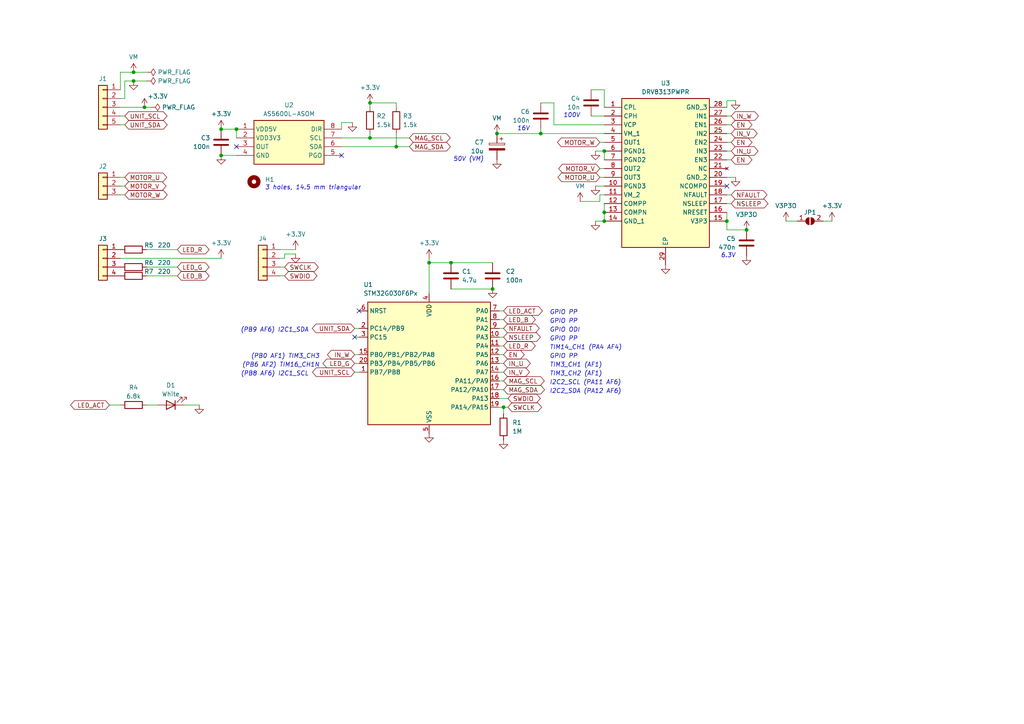
<source format=kicad_sch>
(kicad_sch (version 20230121) (generator eeschema)
  (paper "A4")
  (lib_symbols
    (symbol "Connector_Generic:Conn_01x03" (pin_names (offset 1.016) hide)
      (property "Reference" "J" (at 0 5.08 0))
      (property "Value" "Conn_01x03" (at 0 -5.08 0))
      (symbol "Conn_01x03_1_1"
        (rectangle (start -1.27 -2.413) (end 0 -2.667) (stroke (width 0.1524)))
        (rectangle (start -1.27 0.127) (end 0 -0.127) (stroke (width 0.1524)))
        (rectangle (start -1.27 2.667) (end 0 2.413) (stroke (width 0.1524)))
        (rectangle (start -1.27 3.81) (end 1.27 -3.81) (stroke (width 0.254)) (fill (type background)))
        (pin passive line (at -5.08 2.54 0) (length 3.81) (name "Pin_1") (number "1"))
        (pin passive line (at -5.08 0 0) (length 3.81) (name "Pin_2") (number "2"))
        (pin passive line (at -5.08 -2.54 0) (length 3.81) (name "Pin_3") (number "3"))
      )
    )
    (symbol "Connector_Generic:Conn_01x04" (pin_names (offset 1.016) hide)
      (property "Reference" "J" (at 0 5.08 0))
      (property "Value" "Conn_01x04" (at 0 -7.62 0))
      (symbol "Conn_01x04_1_1"
        (rectangle (start -1.27 -4.953) (end 0 -5.207) (stroke (width 0.1524)))
        (rectangle (start -1.27 -2.413) (end 0 -2.667) (stroke (width 0.1524)))
        (rectangle (start -1.27 0.127) (end 0 -0.127) (stroke (width 0.1524)))
        (rectangle (start -1.27 2.667) (end 0 2.413) (stroke (width 0.1524)))
        (rectangle (start -1.27 3.81) (end 1.27 -6.35) (stroke (width 0.254)) (fill (type background)))
        (pin passive line (at -5.08 2.54 0) (length 3.81) (name "Pin_1") (number "1"))
        (pin passive line (at -5.08 0 0) (length 3.81) (name "Pin_2") (number "2"))
        (pin passive line (at -5.08 -2.54 0) (length 3.81) (name "Pin_3") (number "3"))
        (pin passive line (at -5.08 -5.08 0) (length 3.81) (name "Pin_4") (number "4"))
      )
    )
    (symbol "Connector_Generic:Conn_01x05" (pin_names (offset 1.016) hide)
      (property "Reference" "J" (at 0 7.62 0))
      (property "Value" "Conn_01x05" (at 0 -7.62 0))
      (symbol "Conn_01x05_1_1"
        (rectangle (start -1.27 -4.953) (end 0 -5.207) (stroke (width 0.1524)))
        (rectangle (start -1.27 -2.413) (end 0 -2.667) (stroke (width 0.1524)))
        (rectangle (start -1.27 0.127) (end 0 -0.127) (stroke (width 0.1524)))
        (rectangle (start -1.27 2.667) (end 0 2.413) (stroke (width 0.1524)))
        (rectangle (start -1.27 5.207) (end 0 4.953) (stroke (width 0.1524)))
        (rectangle (start -1.27 6.35) (end 1.27 -6.35) (stroke (width 0.254)) (fill (type background)))
        (pin passive line (at -5.08 5.08 0) (length 3.81) (name "Pin_1") (number "1"))
        (pin passive line (at -5.08 2.54 0) (length 3.81) (name "Pin_2") (number "2"))
        (pin passive line (at -5.08 0 0) (length 3.81) (name "Pin_3") (number "3"))
        (pin passive line (at -5.08 -2.54 0) (length 3.81) (name "Pin_4") (number "4"))
        (pin passive line (at -5.08 -5.08 0) (length 3.81) (name "Pin_5") (number "5"))
      )
    )
    (symbol "Device:C" (pin_numbers hide) (pin_names (offset 0.254))
      (property "Reference" "C" (at 0.635 2.54 0))
      (property "Value" "C" (at 0.635 -2.54 0))
      (symbol "C_0_1"
        (polyline (pts (xy -2.032 -0.762) (xy 2.032 -0.762)) (stroke (width 0.508)))
        (polyline (pts (xy -2.032 0.762) (xy 2.032 0.762)) (stroke (width 0.508)))
      )
      (symbol "C_1_1"
        (pin passive line (at 0 3.81 270) (length 2.794) (name "~") (number "1"))
        (pin passive line (at 0 -3.81 90) (length 2.794) (name "~") (number "2"))
      )
    )
    (symbol "Device:C_Polarized" (pin_numbers hide) (pin_names (offset 0.254))
      (property "Reference" "C" (at 0.635 2.54 0))
      (property "Value" "C_Polarized" (at 0.635 -2.54 0))
      (symbol "C_Polarized_0_1"
        (rectangle (start -2.286 0.508) (end 2.286 1.016))
        (polyline (pts (xy -1.778 2.286) (xy -0.762 2.286)))
        (polyline (pts (xy -1.27 2.794) (xy -1.27 1.778)))
        (rectangle (start 2.286 -0.508) (end -2.286 -1.016) (fill (type outline)))
      )
      (symbol "C_Polarized_1_1"
        (pin passive line (at 0 3.81 270) (length 2.794) (name "~") (number "1"))
        (pin passive line (at 0 -3.81 90) (length 2.794) (name "~") (number "2"))
      )
    )
    (symbol "Device:LED" (pin_numbers hide) (pin_names (offset 1.016) hide)
      (property "Reference" "D" (at 0 2.54 0))
      (property "Value" "LED" (at 0 -2.54 0))
      (symbol "LED_0_1"
        (polyline (pts (xy -1.27 -1.27) (xy -1.27 1.27)) (stroke (width 0.254)))
        (polyline (pts (xy -1.27 0) (xy 1.27 0)))
        (polyline (pts (xy 1.27 -1.27) (xy 1.27 1.27) (xy -1.27 0) (xy 1.27 -1.27)) (stroke (width 0.254)))
        (polyline (pts (xy -3.048 -0.762) (xy -4.572 -2.286) (xy -3.81 -2.286) (xy -4.572 -2.286) (xy -4.572 -1.524)))
        (polyline (pts (xy -1.778 -0.762) (xy -3.302 -2.286) (xy -2.54 -2.286) (xy -3.302 -2.286) (xy -3.302 -1.524)))
      )
      (symbol "LED_1_1"
        (pin passive line (at -3.81 0 0) (length 2.54) (name "K") (number "1"))
        (pin passive line (at 3.81 0 180) (length 2.54) (name "A") (number "2"))
      )
    )
    (symbol "Device:R" (pin_numbers hide) (pin_names (offset 0))
      (property "Reference" "R" (at 2.032 0 90))
      (property "Value" "R" (at 0 0 90))
      (symbol "R_0_1"
        (rectangle (start -1.016 -2.54) (end 1.016 2.54) (stroke (width 0.254)))
      )
      (symbol "R_1_1"
        (pin passive line (at 0 3.81 270) (length 1.27) (name "~") (number "1"))
        (pin passive line (at 0 -3.81 90) (length 1.27) (name "~") (number "2"))
      )
    )
    (symbol "Jumper:SolderJumper_2_Open" (pin_names (offset 0) hide)
      (property "Reference" "JP" (at 0 2.032 0))
      (property "Value" "SolderJumper_2_Open" (at 0 -2.54 0))
      (symbol "SolderJumper_2_Open_0_1"
        (arc (start -0.254 1.016) (mid -1.2656 0) (end -0.254 -1.016))
        (arc (start -0.254 1.016) (mid -1.2656 0) (end -0.254 -1.016) (fill (type outline)))
        (polyline (pts (xy -0.254 1.016) (xy -0.254 -1.016)))
        (polyline (pts (xy 0.254 1.016) (xy 0.254 -1.016)))
        (arc (start 0.254 -1.016) (mid 1.2656 0) (end 0.254 1.016))
        (arc (start 0.254 -1.016) (mid 1.2656 0) (end 0.254 1.016) (fill (type outline)))
      )
      (symbol "SolderJumper_2_Open_1_1"
        (pin passive line (at -3.81 0 0) (length 2.54) (name "A") (number "1"))
        (pin passive line (at 3.81 0 180) (length 2.54) (name "B") (number "2"))
      )
    )
    (symbol "MCU_ST_STM32G0:STM32G030F6Px"
      (property "Reference" "U" (at -17.78 19.05 0))
      (property "Value" "STM32G030F6Px" (at 2.54 19.05 0))
      (symbol "STM32G030F6Px_0_1"
        (rectangle (start -17.78 -17.78) (end 17.78 17.78) (stroke (width 0.254)) (fill (type background)))
      )
      (symbol "STM32G030F6Px_1_1"
        (pin bidirectional line (at -20.32 -2.54 0) (length 2.54) (name "PB7/PB8") (number "1"))
        (pin bidirectional line (at 20.32 7.62 180) (length 2.54) (name "PA3") (number "10"))
        (pin bidirectional line (at 20.32 5.08 180) (length 2.54) (name "PA4") (number "11"))
        (pin bidirectional line (at 20.32 2.54 180) (length 2.54) (name "PA5") (number "12"))
        (pin bidirectional line (at 20.32 0 180) (length 2.54) (name "PA6") (number "13"))
        (pin bidirectional line (at 20.32 -2.54 180) (length 2.54) (name "PA7") (number "14"))
        (pin bidirectional line (at -20.32 2.54 0) (length 2.54) (name "PB0/PB1/PB2/PA8") (number "15"))
        (pin bidirectional line (at 20.32 -5.08 180) (length 2.54) (name "PA11/PA9") (number "16"))
        (pin bidirectional line (at 20.32 -7.62 180) (length 2.54) (name "PA12/PA10") (number "17"))
        (pin bidirectional line (at 20.32 -10.16 180) (length 2.54) (name "PA13") (number "18"))
        (pin bidirectional line (at 20.32 -12.7 180) (length 2.54) (name "PA14/PA15") (number "19"))
        (pin bidirectional line (at -20.32 10.16 0) (length 2.54) (name "PC14/PB9") (number "2"))
        (pin bidirectional line (at -20.32 0 0) (length 2.54) (name "PB3/PB4/PB5/PB6") (number "20"))
        (pin bidirectional line (at -20.32 7.62 0) (length 2.54) (name "PC15") (number "3"))
        (pin power_in line (at 0 20.32 270) (length 2.54) (name "VDD") (number "4"))
        (pin power_in line (at 0 -20.32 90) (length 2.54) (name "VSS") (number "5"))
        (pin input line (at -20.32 15.24 0) (length 2.54) (name "NRST") (number "6"))
        (pin bidirectional line (at 20.32 15.24 180) (length 2.54) (name "PA0") (number "7"))
        (pin bidirectional line (at 20.32 12.7 180) (length 2.54) (name "PA1") (number "8"))
        (pin bidirectional line (at 20.32 10.16 180) (length 2.54) (name "PA2") (number "9"))
      )
    )
    (symbol "Mallet_symbols:AS5600L-ASOM"
      (property "Reference" "U" (at 26.67 7.62 0))
      (property "Value" "AS5600L-ASOM" (at 26.67 5.08 0))
      (symbol "AS5600L-ASOM_1_1"
        (rectangle (start 5.08 2.54) (end 25.4 -10.16) (stroke (width 0.254)) (fill (type background)))
        (pin passive line (at 0 0 0) (length 5.08) (name "VDD5V") (number "1"))
        (pin passive line (at 0 -2.54 0) (length 5.08) (name "VDD3V3") (number "2"))
        (pin passive line (at 0 -5.08 0) (length 5.08) (name "OUT") (number "3"))
        (pin passive line (at 0 -7.62 0) (length 5.08) (name "GND") (number "4"))
        (pin passive line (at 30.48 -7.62 180) (length 5.08) (name "PGO") (number "5"))
        (pin passive line (at 30.48 -5.08 180) (length 5.08) (name "SDA") (number "6"))
        (pin passive line (at 30.48 -2.54 180) (length 5.08) (name "SCL") (number "7"))
        (pin passive line (at 30.48 0 180) (length 5.08) (name "DIR") (number "8"))
      )
    )
    (symbol "Mallet_symbols:DRV8313PWPR"
      (property "Reference" "U" (at 31.75 7.62 0))
      (property "Value" "DRV8313PWPR" (at 31.75 5.08 0))
      (symbol "DRV8313PWPR_1_1"
        (rectangle (start 5.08 2.54) (end 30.48 -40.64) (stroke (width 0.254)) (fill (type background)))
        (pin passive line (at 0 0 0) (length 5.08) (name "CPL") (number "1"))
        (pin passive line (at 0 -22.86 0) (length 5.08) (name "PGND3") (number "10"))
        (pin passive line (at 0 -25.4 0) (length 5.08) (name "VM_2") (number "11"))
        (pin passive line (at 0 -27.94 0) (length 5.08) (name "COMPP") (number "12"))
        (pin passive line (at 0 -30.48 0) (length 5.08) (name "COMPN") (number "13"))
        (pin passive line (at 0 -33.02 0) (length 5.08) (name "GND_1") (number "14"))
        (pin power_out line (at 35.56 -33.02 180) (length 5.08) (name "V3P3") (number "15"))
        (pin passive line (at 35.56 -30.48 180) (length 5.08) (name "NRESET") (number "16"))
        (pin passive line (at 35.56 -27.94 180) (length 5.08) (name "NSLEEP") (number "17"))
        (pin passive line (at 35.56 -25.4 180) (length 5.08) (name "NFAULT") (number "18"))
        (pin passive line (at 35.56 -22.86 180) (length 5.08) (name "NCOMPO") (number "19"))
        (pin passive line (at 0 -2.54 0) (length 5.08) (name "CPH") (number "2"))
        (pin passive line (at 35.56 -20.32 180) (length 5.08) (name "GND_2") (number "20"))
        (pin no_connect line (at 35.56 -17.78 180) (length 5.08) (name "NC") (number "21"))
        (pin passive line (at 35.56 -15.24 180) (length 5.08) (name "EN3") (number "22"))
        (pin passive line (at 35.56 -12.7 180) (length 5.08) (name "IN3") (number "23"))
        (pin passive line (at 35.56 -10.16 180) (length 5.08) (name "EN2") (number "24"))
        (pin passive line (at 35.56 -7.62 180) (length 5.08) (name "IN2") (number "25"))
        (pin passive line (at 35.56 -5.08 180) (length 5.08) (name "EN1") (number "26"))
        (pin passive line (at 35.56 -2.54 180) (length 5.08) (name "IN1") (number "27"))
        (pin passive line (at 35.56 0 180) (length 5.08) (name "GND_3") (number "28"))
        (pin passive line (at 17.78 -45.72 90) (length 5.08) (name "EP") (number "29"))
        (pin passive line (at 0 -5.08 0) (length 5.08) (name "VCP") (number "3"))
        (pin passive line (at 0 -7.62 0) (length 5.08) (name "VM_1") (number "4"))
        (pin passive line (at 0 -10.16 0) (length 5.08) (name "OUT1") (number "5"))
        (pin passive line (at 0 -12.7 0) (length 5.08) (name "PGND1") (number "6"))
        (pin passive line (at 0 -15.24 0) (length 5.08) (name "PGND2") (number "7"))
        (pin passive line (at 0 -17.78 0) (length 5.08) (name "OUT2") (number "8"))
        (pin passive line (at 0 -20.32 0) (length 5.08) (name "OUT3") (number "9"))
      )
    )
    (symbol "Mallet_symbols:V3P3O" (power) (pin_names (offset 0))
      (property "Value" "V3P3O" (at 0 3.81 0))
      (symbol "V3P3O_0_1"
        (polyline (pts (xy -0.762 1.27) (xy 0 2.54)))
        (polyline (pts (xy 0 0) (xy 0 2.54)))
        (polyline (pts (xy 0 2.54) (xy 0.762 1.27)))
      )
      (symbol "V3P3O_1_1"
        (pin power_in line (at 0 0 90) (length 0) hide (name "V3P3O") (number "1"))
      )
    )
    (symbol "Mallet_symbols:VM" (power) (pin_names (offset 0))
      (property "Value" "VM" (at 0 3.81 0))
      (symbol "VM_0_1"
        (polyline (pts (xy -0.762 1.27) (xy 0 2.54)))
        (polyline (pts (xy 0 0) (xy 0 2.54)))
        (polyline (pts (xy 0 2.54) (xy 0.762 1.27)))
      )
      (symbol "VM_1_1"
        (pin power_in line (at 0 0 90) (length 0) hide (name "VM") (number "1"))
      )
    )
    (symbol "Mechanical:MountingHole" (pin_names (offset 1.016))
      (property "Reference" "H" (at 0 5.08 0))
      (property "Value" "MountingHole" (at 0 3.175 0))
      (symbol "MountingHole_0_1"
        (circle (center 0 0) (radius 1.27) (stroke (width 1.27)))
      )
    )
    (symbol "power:+3.3V" (power) (pin_names (offset 0))
      (property "Value" "+3.3V" (at 0 3.556 0))
      (symbol "+3.3V_0_1"
        (polyline (pts (xy -0.762 1.27) (xy 0 2.54)))
        (polyline (pts (xy 0 0) (xy 0 2.54)))
        (polyline (pts (xy 0 2.54) (xy 0.762 1.27)))
      )
      (symbol "+3.3V_1_1"
        (pin power_in line (at 0 0 90) (length 0) hide (name "+3.3V") (number "1"))
      )
    )
    (symbol "power:GND" (power) (pin_names (offset 0))
      (property "Value" "GND" (at 0 -3.81 0))
      (symbol "GND_0_1"
        (polyline (pts (xy 0 0) (xy 0 -1.27) (xy 1.27 -1.27) (xy 0 -2.54) (xy -1.27 -1.27) (xy 0 -1.27)))
      )
      (symbol "GND_1_1"
        (pin power_in line (at 0 0 270) (length 0) hide (name "GND") (number "1"))
      )
    )
    (symbol "power:PWR_FLAG" (power) (pin_numbers hide) (pin_names (offset 0) hide)
      (property "Value" "PWR_FLAG" (at 0 3.81 0))
      (symbol "PWR_FLAG_0_0"
        (pin power_out line (at 0 0 90) (length 0) (name "pwr") (number "1"))
      )
      (symbol "PWR_FLAG_0_1"
        (polyline (pts (xy 0 0) (xy 0 1.27) (xy -1.016 1.905) (xy 0 2.54) (xy 1.016 1.905) (xy 0 1.27)))
      )
    )
  )
  (junction (at 142.875 83.82))
  (junction (at 156.845 38.735))
  (junction (at 175.26 61.595))
  (junction (at 175.26 43.815))
  (junction (at 107.315 29.845))
  (junction (at 216.535 66.675))
  (junction (at 38.735 23.495))
  (junction (at 146.05 118.11))
  (junction (at 130.81 76.2))
  (junction (at 114.935 42.545))
  (junction (at 175.26 64.135))
  (junction (at 38.735 20.955))
  (junction (at 68.58 37.465))
  (junction (at 124.46 76.2))
  (junction (at 107.315 40.005))
  (junction (at 144.145 38.735))
  (junction (at 210.82 64.135))
  (junction (at 64.135 37.465))
  (junction (at 64.135 45.085))
  (junction (at 41.91 31.115))
  (no_connect (at 102.87 97.79))
  (no_connect (at 99.06 45.085))
  (no_connect (at 68.58 42.545))
  (no_connect (at 104.14 90.17))
  (no_connect (at 210.82 53.975))
  (wire (pts (xy 144.78 115.57) (xy 147.32 115.57)))
  (wire (pts (xy 212.09 41.275) (xy 210.82 41.275)))
  (wire (pts (xy 156.845 37.465) (xy 156.845 38.735)))
  (wire (pts (xy 130.81 76.2) (xy 142.875 76.2)))
  (wire (pts (xy 42.545 80.01) (xy 51.435 80.01)))
  (wire (pts (xy 38.735 20.955) (xy 42.545 20.955)))
  (wire (pts (xy 42.545 117.475) (xy 45.72 117.475)))
  (wire (pts (xy 31.75 117.475) (xy 34.925 117.475)))
  (wire (pts (xy 156.845 38.735) (xy 175.26 38.735)))
  (wire (pts (xy 102.87 105.41) (xy 104.14 105.41)))
  (wire (pts (xy 34.925 20.955) (xy 38.735 20.955)))
  (wire (pts (xy 82.55 73.66) (xy 85.725 73.66)))
  (wire (pts (xy 34.925 36.195) (xy 36.195 36.195)))
  (wire (pts (xy 212.09 36.195) (xy 210.82 36.195)))
  (wire (pts (xy 146.05 110.49) (xy 144.78 110.49)))
  (wire (pts (xy 64.135 37.465) (xy 68.58 37.465)))
  (wire (pts (xy 107.315 40.005) (xy 118.745 40.005)))
  (wire (pts (xy 173.99 56.515) (xy 173.99 58.42)))
  (wire (pts (xy 34.925 28.575) (xy 36.195 28.575)))
  (wire (pts (xy 241.3 64.135) (xy 238.76 64.135)))
  (wire (pts (xy 146.05 105.41) (xy 144.78 105.41)))
  (wire (pts (xy 124.46 74.93) (xy 124.46 76.2)))
  (wire (pts (xy 99.06 40.005) (xy 107.315 40.005)))
  (wire (pts (xy 173.99 51.435) (xy 175.26 51.435)))
  (wire (pts (xy 146.05 92.71) (xy 144.78 92.71)))
  (wire (pts (xy 210.82 66.675) (xy 210.82 64.135)))
  (wire (pts (xy 144.78 102.87) (xy 146.05 102.87)))
  (wire (pts (xy 107.315 29.845) (xy 107.315 31.115)))
  (wire (pts (xy 210.82 66.675) (xy 216.535 66.675)))
  (wire (pts (xy 146.05 118.11) (xy 146.05 120.015)))
  (wire (pts (xy 210.82 29.21) (xy 213.36 29.21)))
  (wire (pts (xy 82.55 73.66) (xy 82.55 74.93)))
  (wire (pts (xy 175.26 43.815) (xy 175.26 46.355)))
  (wire (pts (xy 99.06 37.465) (xy 99.06 35.56)))
  (wire (pts (xy 212.09 59.055) (xy 210.82 59.055)))
  (wire (pts (xy 38.735 23.495) (xy 42.545 23.495)))
  (wire (pts (xy 34.925 20.955) (xy 34.925 26.035)))
  (wire (pts (xy 175.26 56.515) (xy 173.99 56.515)))
  (wire (pts (xy 114.935 38.735) (xy 114.935 42.545)))
  (wire (pts (xy 34.925 51.435) (xy 36.195 51.435)))
  (wire (pts (xy 130.81 83.82) (xy 142.875 83.82)))
  (wire (pts (xy 34.925 33.655) (xy 36.195 33.655)))
  (wire (pts (xy 173.99 48.895) (xy 175.26 48.895)))
  (wire (pts (xy 175.26 61.595) (xy 175.26 64.135)))
  (wire (pts (xy 82.55 80.01) (xy 81.28 80.01)))
  (wire (pts (xy 118.745 42.545) (xy 114.935 42.545)))
  (wire (pts (xy 34.925 31.115) (xy 41.91 31.115)))
  (wire (pts (xy 210.82 61.595) (xy 210.82 64.135)))
  (wire (pts (xy 42.545 72.39) (xy 51.435 72.39)))
  (wire (pts (xy 102.87 97.79) (xy 104.14 97.79)))
  (wire (pts (xy 114.935 31.115) (xy 114.935 29.845)))
  (wire (pts (xy 144.145 38.735) (xy 156.845 38.735)))
  (wire (pts (xy 146.05 95.25) (xy 144.78 95.25)))
  (wire (pts (xy 171.45 33.655) (xy 175.26 33.655)))
  (wire (pts (xy 102.87 95.25) (xy 104.14 95.25)))
  (wire (pts (xy 175.26 26.035) (xy 171.45 26.035)))
  (wire (pts (xy 68.58 37.465) (xy 68.58 40.005)))
  (wire (pts (xy 42.545 77.47) (xy 51.435 77.47)))
  (wire (pts (xy 146.05 100.33) (xy 144.78 100.33)))
  (wire (pts (xy 41.91 31.115) (xy 43.815 31.115)))
  (wire (pts (xy 107.315 38.735) (xy 107.315 40.005)))
  (wire (pts (xy 172.72 64.135) (xy 175.26 64.135)))
  (wire (pts (xy 102.87 102.87) (xy 104.14 102.87)))
  (wire (pts (xy 156.845 29.845) (xy 160.655 29.845)))
  (wire (pts (xy 210.82 56.515) (xy 212.09 56.515)))
  (wire (pts (xy 146.05 90.17) (xy 144.78 90.17)))
  (wire (pts (xy 175.26 59.055) (xy 175.26 61.595)))
  (wire (pts (xy 99.06 35.56) (xy 102.235 35.56)))
  (wire (pts (xy 210.82 29.21) (xy 210.82 31.115)))
  (wire (pts (xy 146.05 113.03) (xy 144.78 113.03)))
  (wire (pts (xy 173.99 41.275) (xy 175.26 41.275)))
  (wire (pts (xy 124.46 76.2) (xy 130.81 76.2)))
  (wire (pts (xy 160.655 29.845) (xy 160.655 36.195)))
  (wire (pts (xy 53.34 117.475) (xy 57.785 117.475)))
  (wire (pts (xy 81.28 72.39) (xy 85.725 72.39)))
  (wire (pts (xy 82.55 74.93) (xy 81.28 74.93)))
  (wire (pts (xy 212.09 46.355) (xy 210.82 46.355)))
  (wire (pts (xy 175.26 31.115) (xy 175.26 26.035)))
  (wire (pts (xy 114.935 42.545) (xy 99.06 42.545)))
  (wire (pts (xy 227.965 64.135) (xy 231.14 64.135)))
  (wire (pts (xy 213.36 51.435) (xy 210.82 51.435)))
  (wire (pts (xy 82.55 77.47) (xy 81.28 77.47)))
  (wire (pts (xy 212.09 33.655) (xy 210.82 33.655)))
  (wire (pts (xy 114.935 29.845) (xy 107.315 29.845)))
  (wire (pts (xy 34.925 53.975) (xy 36.195 53.975)))
  (wire (pts (xy 124.46 76.2) (xy 124.46 85.09)))
  (wire (pts (xy 36.195 28.575) (xy 36.195 23.495)))
  (wire (pts (xy 173.99 58.42) (xy 168.275 58.42)))
  (wire (pts (xy 102.87 107.95) (xy 104.14 107.95)))
  (wire (pts (xy 146.05 97.79) (xy 144.78 97.79)))
  (wire (pts (xy 160.655 36.195) (xy 175.26 36.195)))
  (wire (pts (xy 146.05 118.11) (xy 144.78 118.11)))
  (wire (pts (xy 34.925 74.93) (xy 64.135 74.93)))
  (wire (pts (xy 147.32 118.11) (xy 146.05 118.11)))
  (wire (pts (xy 212.09 43.815) (xy 210.82 43.815)))
  (wire (pts (xy 172.72 53.975) (xy 175.26 53.975)))
  (wire (pts (xy 64.135 45.085) (xy 68.58 45.085)))
  (wire (pts (xy 212.09 38.735) (xy 210.82 38.735)))
  (wire (pts (xy 172.72 43.815) (xy 175.26 43.815)))
  (wire (pts (xy 146.05 107.95) (xy 144.78 107.95)))
  (wire (pts (xy 34.925 56.515) (xy 36.195 56.515)))
  (wire (pts (xy 36.195 23.495) (xy 38.735 23.495)))
  (text "GPIO PP" (at 159.385 99.06 0) (effects (font (size 1.27 1.27) italic) (justify left bottom)))
  (text "I2C2_SCL (PA11 AF6)" (at 159.385 111.76 0) (effects (font (size 1.27 1.27) italic) (justify left bottom)))
  (text "(PB8 AF6) I2C1_SCL" (at 89.535 109.22 0) (effects (font (size 1.27 1.27) italic) (justify right bottom)))
  (text "GPIO ODI" (at 159.385 96.52 0) (effects (font (size 1.27 1.27) italic) (justify left bottom)))
  (text "I2C2_SDA (PA12 AF6)" (at 159.385 114.3 0) (effects (font (size 1.27 1.27) italic) (justify left bottom)))
  (text "(PB0 AF1) TIM3_CH3" (at 92.71 104.14 0) (effects (font (size 1.27 1.27) italic) (justify right bottom)))
  (text "GPIO PP" (at 159.385 93.98 0) (effects (font (size 1.27 1.27) italic) (justify left bottom)))
  (text "50V (VM)" (at 140.335 46.99 0) (effects (font (size 1.27 1.27) italic) (justify right bottom)))
  (text "16V" (at 153.67 38.1 0) (effects (font (size 1.27 1.27) italic) (justify right bottom)))
  (text "(PB9 AF6) I2C1_SDA" (at 89.535 96.52 0) (effects (font (size 1.27 1.27) italic) (justify right bottom)))
  (text "(PB6 AF2) TIM16_CH1N" (at 92.71 106.68 0) (effects (font (size 1.27 1.27) italic) (justify right bottom)))
  (text "GPIO PP" (at 159.385 91.44 0) (effects (font (size 1.27 1.27) italic) (justify left bottom)))
  (text "100V" (at 168.275 34.29 0) (effects (font (size 1.27 1.27) italic) (justify right bottom)))
  (text "TIM3_CH1 (AF1)" (at 159.385 106.68 0) (effects (font (size 1.27 1.27) italic) (justify left bottom)))
  (text "TIM3_CH2 (AF1)" (at 159.385 109.22 0) (effects (font (size 1.27 1.27) italic) (justify left bottom)))
  (text "TIM14_CH1 (PA4 AF4)" (at 159.385 101.6 0) (effects (font (size 1.27 1.27) italic) (justify left bottom)))
  (text "6.3V" (at 213.36 74.93 0) (effects (font (size 1.27 1.27) italic) (justify right bottom)))
  (text "GPIO PP" (at 159.385 104.14 0) (effects (font (size 1.27 1.27) italic) (justify left bottom)))
  (text "3 holes, 14.5 mm triangular" (at 76.835 55.245 0) (effects (font (size 1.27 1.27) italic) (justify left bottom)))
  (global_label "MOTOR_W" (shape bidirectional) (at 36.195 56.515 0) (property "Intersheetrefs" "${INTERSHEET_REFS}" (effects hide)))
  (global_label "EN" (shape bidirectional) (at 146.05 102.87 0) (property "Intersheetrefs" "${INTERSHEET_REFS}" (effects hide)))
  (global_label "IN_U" (shape bidirectional) (at 212.09 43.815 0) (property "Intersheetrefs" "${INTERSHEET_REFS}" (effects hide)))
  (global_label "LED_ACT" (shape bidirectional) (at 31.75 117.475 180) (property "Intersheetrefs" "${INTERSHEET_REFS}" (effects hide)))
  (global_label "UNIT_SCL" (shape bidirectional) (at 102.87 107.95 180) (property "Intersheetrefs" "${INTERSHEET_REFS}" (effects hide)))
  (global_label "MOTOR_U" (shape bidirectional) (at 36.195 51.435 0) (property "Intersheetrefs" "${INTERSHEET_REFS}" (effects hide)))
  (global_label "UNIT_SCL" (shape bidirectional) (at 36.195 33.655 0) (property "Intersheetrefs" "${INTERSHEET_REFS}" (effects hide)))
  (global_label "IN_V" (shape bidirectional) (at 212.09 38.735 0) (property "Intersheetrefs" "${INTERSHEET_REFS}" (effects hide)))
  (global_label "LED_R" (shape bidirectional) (at 51.435 72.39 0) (property "Intersheetrefs" "${INTERSHEET_REFS}" (effects hide)))
  (global_label "SWDIO" (shape bidirectional) (at 147.32 115.57 0) (property "Intersheetrefs" "${INTERSHEET_REFS}" (effects hide)))
  (global_label "NSLEEP" (shape bidirectional) (at 146.05 97.79 0) (property "Intersheetrefs" "${INTERSHEET_REFS}" (effects hide)))
  (global_label "SWCLK" (shape bidirectional) (at 82.55 77.47 0) (property "Intersheetrefs" "${INTERSHEET_REFS}" (effects hide)))
  (global_label "LED_G" (shape bidirectional) (at 102.87 105.41 180) (property "Intersheetrefs" "${INTERSHEET_REFS}" (effects hide)))
  (global_label "IN_U" (shape bidirectional) (at 146.05 105.41 0) (property "Intersheetrefs" "${INTERSHEET_REFS}" (effects hide)))
  (global_label "MAG_SDA" (shape bidirectional) (at 146.05 113.03 0) (property "Intersheetrefs" "${INTERSHEET_REFS}" (effects hide)))
  (global_label "LED_B" (shape bidirectional) (at 146.05 92.71 0) (property "Intersheetrefs" "${INTERSHEET_REFS}" (effects hide)))
  (global_label "LED_G" (shape bidirectional) (at 51.435 77.47 0) (property "Intersheetrefs" "${INTERSHEET_REFS}" (effects hide)))
  (global_label "NSLEEP" (shape bidirectional) (at 212.09 59.055 0) (property "Intersheetrefs" "${INTERSHEET_REFS}" (effects hide)))
  (global_label "MOTOR_V" (shape bidirectional) (at 36.195 53.975 0) (property "Intersheetrefs" "${INTERSHEET_REFS}" (effects hide)))
  (global_label "EN" (shape bidirectional) (at 212.09 36.195 0) (property "Intersheetrefs" "${INTERSHEET_REFS}" (effects hide)))
  (global_label "MAG_SDA" (shape bidirectional) (at 118.745 42.545 0) (property "Intersheetrefs" "${INTERSHEET_REFS}" (effects hide)))
  (global_label "NFAULT" (shape bidirectional) (at 212.09 56.515 0) (property "Intersheetrefs" "${INTERSHEET_REFS}" (effects hide)))
  (global_label "MOTOR_V" (shape bidirectional) (at 173.99 48.895 180) (property "Intersheetrefs" "${INTERSHEET_REFS}" (effects hide)))
  (global_label "SWDIO" (shape bidirectional) (at 82.55 80.01 0) (property "Intersheetrefs" "${INTERSHEET_REFS}" (effects hide)))
  (global_label "IN_V" (shape bidirectional) (at 146.05 107.95 0) (property "Intersheetrefs" "${INTERSHEET_REFS}" (effects hide)))
  (global_label "MAG_SCL" (shape bidirectional) (at 118.745 40.005 0) (property "Intersheetrefs" "${INTERSHEET_REFS}" (effects hide)))
  (global_label "MOTOR_U" (shape bidirectional) (at 173.99 51.435 180) (property "Intersheetrefs" "${INTERSHEET_REFS}" (effects hide)))
  (global_label "EN" (shape bidirectional) (at 212.09 46.355 0) (property "Intersheetrefs" "${INTERSHEET_REFS}" (effects hide)))
  (global_label "SWCLK" (shape bidirectional) (at 147.32 118.11 0) (property "Intersheetrefs" "${INTERSHEET_REFS}" (effects hide)))
  (global_label "LED_R" (shape bidirectional) (at 146.05 100.33 0) (property "Intersheetrefs" "${INTERSHEET_REFS}" (effects hide)))
  (global_label "LED_ACT" (shape bidirectional) (at 146.05 90.17 0) (property "Intersheetrefs" "${INTERSHEET_REFS}" (effects hide)))
  (global_label "EN" (shape bidirectional) (at 212.09 41.275 0) (property "Intersheetrefs" "${INTERSHEET_REFS}" (effects hide)))
  (global_label "LED_B" (shape bidirectional) (at 51.435 80.01 0) (property "Intersheetrefs" "${INTERSHEET_REFS}" (effects hide)))
  (global_label "UNIT_SDA" (shape bidirectional) (at 102.87 95.25 180) (property "Intersheetrefs" "${INTERSHEET_REFS}" (effects hide)))
  (global_label "NFAULT" (shape bidirectional) (at 146.05 95.25 0) (property "Intersheetrefs" "${INTERSHEET_REFS}" (effects hide)))
  (global_label "IN_W" (shape bidirectional) (at 102.87 102.87 180) (property "Intersheetrefs" "${INTERSHEET_REFS}" (effects hide)))
  (global_label "UNIT_SDA" (shape bidirectional) (at 36.195 36.195 0) (property "Intersheetrefs" "${INTERSHEET_REFS}" (effects hide)))
  (global_label "MOTOR_W" (shape bidirectional) (at 173.99 41.275 180) (property "Intersheetrefs" "${INTERSHEET_REFS}" (effects hide)))
  (global_label "IN_W" (shape bidirectional) (at 212.09 33.655 0) (property "Intersheetrefs" "${INTERSHEET_REFS}" (effects hide)))
  (global_label "MAG_SCL" (shape bidirectional) (at 146.05 110.49 0) (property "Intersheetrefs" "${INTERSHEET_REFS}" (effects hide)))
  (symbol (lib_id "Device:R") (at 38.735 80.01 90) (unit 1)
    (property "Reference" "R7" (at 43.18 78.74 90))
    (property "Value" "220" (at 47.625 78.74 90))
    (property "Footprint" "Resistor_SMD:R_0603_1608Metric" (effects hide))
  )
  (symbol (lib_id "power:GND") (at 146.05 127.635 0) (unit 1)
    (property "Reference" "#PWR021" (effects hide))
    (property "Value" "GND" (effects hide))
  )
  (symbol (lib_id "power:GND") (at 57.785 117.475 0) (unit 1)
    (property "Reference" "#PWR026" (effects hide))
    (property "Value" "GND" (effects hide))
  )
  (symbol (lib_id "Device:LED") (at 49.53 117.475 180) (unit 1)
    (property "Reference" "D1" (at 49.53 111.76 0))
    (property "Value" "White" (at 49.53 114.3 0))
    (property "Footprint" "LED_SMD:LED_0603_1608Metric" (effects hide))
  )
  (symbol (lib_id "Mallet_symbols:V3P3O") (at 227.965 64.135 0) (unit 1)
    (property "Reference" "#PWR031" (effects hide))
    (property "Value" "V3P3O" (at 227.965 59.69 0))
  )
  (symbol (lib_id "power:GND") (at 213.36 51.435 0) (unit 1)
    (property "Reference" "#PWR04" (effects hide))
    (property "Value" "GND" (effects hide))
  )
  (symbol (lib_id "power:GND") (at 124.46 125.73 0) (unit 1)
    (property "Reference" "#PWR024" (effects hide))
    (property "Value" "GND" (effects hide))
  )
  (symbol (lib_id "power:+3.3V") (at 241.3 64.135 0) (unit 1)
    (property "Reference" "#PWR09" (effects hide))
    (property "Value" "+3.3V" (at 241.3 59.69 0))
  )
  (symbol (lib_id "power:PWR_FLAG") (at 43.815 31.115 270) (unit 1)
    (property "Reference" "#FLG02" (effects hide))
    (property "Value" "PWR_FLAG" (at 46.99 31.115 90) (effects (justify left)))
  )
  (symbol (lib_id "Jumper:SolderJumper_2_Open") (at 234.95 64.135 0) (unit 1)
    (property "Reference" "JP1" (at 234.95 61.595 0))
    (property "Value" "SolderJumper_2_Open" (effects hide))
    (property "Footprint" "Jumper:SolderJumper-2_P1.3mm_Open_RoundedPad1.0x1.5mm" (effects hide))
  )
  (symbol (lib_id "power:+3.3V") (at 41.91 31.115 0) (unit 1)
    (property "Reference" "#PWR020" (effects hide))
    (property "Value" "+3.3V" (at 45.72 27.94 0))
  )
  (symbol (lib_id "Device:C") (at 130.81 80.01 0) (unit 1)
    (property "Reference" "C1" (at 133.985 78.74 0) (effects (justify left)))
    (property "Value" "4.7u" (at 133.985 81.28 0) (effects (justify left)))
    (property "Footprint" "Capacitor_SMD:C_0603_1608Metric" (effects hide))
  )
  (symbol (lib_id "Device:R") (at 38.735 72.39 90) (unit 1)
    (property "Reference" "R5" (at 43.18 71.12 90))
    (property "Value" "220" (at 47.625 71.12 90))
    (property "Footprint" "Resistor_SMD:R_0603_1608Metric" (effects hide))
  )
  (symbol (lib_id "Device:C") (at 216.535 70.485 0) (mirror y) (unit 1)
    (property "Reference" "C5" (at 213.36 69.215 0) (effects (justify left)))
    (property "Value" "470n" (at 213.36 71.755 0) (effects (justify left)))
    (property "Footprint" "Capacitor_SMD:C_0805_2012Metric" (effects hide))
  )
  (symbol (lib_id "Connector_Generic:Conn_01x03") (at 29.845 53.975 0) (mirror y) (unit 1)
    (property "Reference" "J2" (at 29.845 48.26 0))
    (property "Value" "Conn_01x03" (effects hide))
    (property "Footprint" "Connector_PinHeader_2.00mm:PinHeader_1x03_P2.00mm_Vertical" (effects hide))
  )
  (symbol (lib_id "Mallet_symbols:VM") (at 168.275 58.42 0) (unit 1)
    (property "Reference" "#PWR016" (effects hide))
    (property "Value" "VM" (at 168.275 53.975 0))
  )
  (symbol (lib_id "power:GND") (at 64.135 45.085 0) (unit 1)
    (property "Reference" "#PWR012" (effects hide))
    (property "Value" "GND" (effects hide))
  )
  (symbol (lib_id "Device:R") (at 38.735 77.47 90) (unit 1)
    (property "Reference" "R6" (at 43.18 76.2 90))
    (property "Value" "220" (at 47.625 76.2 90))
    (property "Footprint" "Resistor_SMD:R_0603_1608Metric" (effects hide))
  )
  (symbol (lib_id "Mallet_symbols:VM") (at 144.145 38.735 0) (unit 1)
    (property "Reference" "#PWR010" (effects hide))
    (property "Value" "VM" (at 144.145 34.29 0))
  )
  (symbol (lib_id "Device:C") (at 171.45 29.845 0) (unit 1)
    (property "Reference" "C4" (at 168.275 28.575 0) (effects (justify right)))
    (property "Value" "10n" (at 168.275 31.115 0) (effects (justify right)))
    (property "Footprint" "Capacitor_SMD:C_0603_1608Metric" (effects hide))
  )
  (symbol (lib_id "MCU_ST_STM32G0:STM32G030F6Px") (at 124.46 105.41 0) (unit 1)
    (property "Reference" "U1" (at 105.41 82.55 0) (effects (justify left)))
    (property "Value" "STM32G030F6Px" (at 105.41 85.09 0) (effects (justify left)))
    (property "Footprint" "Package_SO:TSSOP-20_4.4x6.5mm_P0.65mm" (effects hide))
    (property "Datasheet" "https://www.st.com/resource/en/datasheet/stm32g030f6.pdf" (effects hide))
  )
  (symbol (lib_id "power:GND") (at 38.735 23.495 0) (unit 1)
    (property "Reference" "#PWR02" (effects hide))
    (property "Value" "GND" (effects hide))
  )
  (symbol (lib_id "power:GND") (at 172.72 43.815 0) (unit 1)
    (property "Reference" "#PWR07" (effects hide))
    (property "Value" "GND" (effects hide))
  )
  (symbol (lib_id "power:PWR_FLAG") (at 42.545 20.955 270) (unit 1)
    (property "Reference" "#FLG01" (effects hide))
    (property "Value" "PWR_FLAG" (at 45.72 20.955 90) (effects (justify left)))
  )
  (symbol (lib_id "Connector_Generic:Conn_01x04") (at 76.2 74.93 0) (mirror y) (unit 1)
    (property "Reference" "J4" (at 76.2 69.215 0))
    (property "Value" "Conn_01x04" (effects hide))
    (property "Footprint" "Mallet_footprints:TestPoints_1x04_P2.0" (effects hide))
  )
  (symbol (lib_id "Device:R") (at 114.935 34.925 0) (unit 1)
    (property "Reference" "R3" (at 116.84 33.655 0) (effects (justify left)))
    (property "Value" "1.5k" (at 116.84 36.195 0) (effects (justify left)))
    (property "Footprint" "Resistor_SMD:R_0603_1608Metric" (effects hide))
  )
  (symbol (lib_id "power:GND") (at 213.36 29.21 0) (unit 1)
    (property "Reference" "#PWR05" (effects hide))
    (property "Value" "GND" (effects hide))
  )
  (symbol (lib_id "power:GND") (at 85.725 73.66 0) (unit 1)
    (property "Reference" "#PWR029" (effects hide))
    (property "Value" "GND" (effects hide))
  )
  (symbol (lib_id "power:GND") (at 193.04 76.835 0) (unit 1)
    (property "Reference" "#PWR017" (effects hide))
    (property "Value" "GND" (effects hide))
  )
  (symbol (lib_id "Mallet_symbols:V3P3O") (at 216.535 66.675 0) (unit 1)
    (property "Reference" "#PWR019" (effects hide))
    (property "Value" "V3P3O" (at 216.535 62.23 0))
  )
  (symbol (lib_id "power:GND") (at 216.535 74.295 0) (unit 1)
    (property "Reference" "#PWR015" (effects hide))
    (property "Value" "GND" (effects hide))
  )
  (symbol (lib_id "Device:C_Polarized") (at 144.145 42.545 0) (mirror y) (unit 1)
    (property "Reference" "C7" (at 140.335 41.275 0) (effects (justify left)))
    (property "Value" "10u" (at 140.335 43.815 0) (effects (justify left)))
    (property "Footprint" "Capacitor_SMD:CP_Elec_5x3.9" (effects hide))
  )
  (symbol (lib_id "Mallet_symbols:VM") (at 38.735 20.955 0) (unit 1)
    (property "Reference" "#PWR01" (effects hide))
    (property "Value" "VM" (at 38.735 16.51 0))
  )
  (symbol (lib_id "power:+3.3V") (at 85.725 72.39 0) (unit 1)
    (property "Reference" "#PWR028" (effects hide))
    (property "Value" "+3.3V" (at 85.725 67.945 0))
  )
  (symbol (lib_id "power:GND") (at 102.235 35.56 0) (unit 1)
    (property "Reference" "#PWR013" (effects hide))
    (property "Value" "GND" (effects hide))
  )
  (symbol (lib_id "Device:C") (at 64.135 41.275 0) (unit 1)
    (property "Reference" "C3" (at 60.96 40.005 0) (effects (justify right)))
    (property "Value" "100n" (at 60.96 42.545 0) (effects (justify right)))
    (property "Footprint" "Capacitor_SMD:C_0603_1608Metric" (effects hide))
  )
  (symbol (lib_id "Connector_Generic:Conn_01x04") (at 29.845 74.93 0) (mirror y) (unit 1)
    (property "Reference" "J3" (at 29.845 69.215 0))
    (property "Value" "Conn_01x04" (effects hide))
    (property "Footprint" "Connector_PinHeader_2.00mm:PinHeader_1x04_P2.00mm_Vertical" (effects hide))
  )
  (symbol (lib_id "Device:C") (at 156.845 33.655 0) (unit 1)
    (property "Reference" "C6" (at 153.67 32.385 0) (effects (justify right)))
    (property "Value" "100n" (at 153.67 34.925 0) (effects (justify right)))
    (property "Footprint" "Capacitor_SMD:C_0603_1608Metric" (effects hide))
  )
  (symbol (lib_id "power:GND") (at 142.875 83.82 0) (unit 1)
    (property "Reference" "#PWR022" (effects hide))
    (property "Value" "GND" (effects hide))
  )
  (symbol (lib_id "Device:R") (at 146.05 123.825 0) (unit 1)
    (property "Reference" "R1" (at 148.59 122.555 0) (effects (justify left)))
    (property "Value" "1M" (at 148.59 125.095 0) (effects (justify left)))
    (property "Footprint" "Resistor_SMD:R_0603_1608Metric" (effects hide))
  )
  (symbol (lib_id "Mallet_symbols:AS5600L-ASOM") (at 68.58 37.465 0) (unit 1)
    (property "Reference" "U2" (at 83.82 30.48 0))
    (property "Value" "AS5600L-ASOM" (at 83.82 33.02 0))
    (property "Footprint" "Mallet_footprints:SOIC127P600X175-8N" (effects hide))
    (property "Datasheet" "https://www.mouser.com/datasheet/2/588/AS5600L_DS000545_2-00-1379746.pdf" (effects hide))
    (property "Height" "1.75" (effects hide))
    (property "Manufacturer_Name" "ams" (effects hide))
    (property "Manufacturer_Part_Number" "AS5600L-ASOM" (effects hide))
    (property "Mouser Part Number" "985-AS5600L-ASOM" (effects hide))
    (property "Mouser Price/Stock" "https://www.mouser.co.uk/ProductDetail/ams/AS5600L-ASOM?qs=%252BEew9%252B0nqrBunD4f%2FviZXA%3D%3D" (effects hide))
    (property "Arrow Part Number" "AS5600L-ASOM" (effects hide))
    (property "Arrow Price/Stock" "https://www.arrow.com/en/products/as5600l-asom/ams-ag?region=europe" (effects hide))
  )
  (symbol (lib_id "power:+3.3V") (at 124.46 74.93 0) (unit 1)
    (property "Reference" "#PWR023" (effects hide))
    (property "Value" "+3.3V" (at 124.46 70.485 0))
  )
  (symbol (lib_id "power:+3.3V") (at 107.315 29.845 0) (unit 1)
    (property "Reference" "#PWR014" (effects hide))
    (property "Value" "+3.3V" (at 107.315 25.4 0))
  )
  (symbol (lib_id "power:+3.3V") (at 64.135 37.465 0) (unit 1)
    (property "Reference" "#PWR08" (effects hide))
    (property "Value" "+3.3V" (at 64.135 33.02 0))
  )
  (symbol (lib_id "power:GND") (at 172.72 64.135 0) (unit 1)
    (property "Reference" "#PWR03" (effects hide))
    (property "Value" "GND" (effects hide))
  )
  (symbol (lib_id "Device:C") (at 142.875 80.01 0) (unit 1)
    (property "Reference" "C2" (at 146.685 78.74 0) (effects (justify left)))
    (property "Value" "100n" (at 146.685 81.28 0) (effects (justify left)))
    (property "Footprint" "Capacitor_SMD:C_0603_1608Metric" (effects hide))
  )
  (symbol (lib_id "Mechanical:MountingHole") (at 73.66 52.705 0) (unit 1)
    (property "Reference" "H1" (at 76.835 52.07 0) (effects (justify left)))
    (property "Value" "MountingHole" (effects hide))
    (property "Footprint" "Mallet_footprints:MountingHoles_M3_Tri14.5" (effects hide))
  )
  (symbol (lib_id "Device:R") (at 38.735 117.475 90) (unit 1)
    (property "Reference" "R4" (at 38.735 112.395 90))
    (property "Value" "6.8k" (at 38.735 114.935 90))
    (property "Footprint" "Resistor_SMD:R_0603_1608Metric" (effects hide))
  )
  (symbol (lib_id "Connector_Generic:Conn_01x05") (at 29.845 31.115 0) (mirror y) (unit 1)
    (property "Reference" "J1" (at 29.845 22.86 0))
    (property "Value" "Conn_01x05" (effects hide))
    (property "Footprint" "Connector_PinHeader_2.00mm:PinHeader_1x04_P2.00mm_Vertical" (effects hide))
  )
  (symbol (lib_id "Mallet_symbols:DRV8313PWPR") (at 175.26 31.115 0) (unit 1)
    (property "Reference" "U3" (at 193.04 24.13 0))
    (property "Value" "DRV8313PWPR" (at 193.04 26.67 0))
    (property "Footprint" "Mallet_footprints:SOP65P640X120-29N" (effects hide))
    (property "Datasheet" "http://www.ti.com/lit/gpn/drv8313" (effects hide))
    (property "Height" "1.2" (effects hide))
    (property "Manufacturer_Name" "Texas Instruments" (effects hide))
    (property "Manufacturer_Part_Number" "DRV8313PWPR" (effects hide))
    (property "Mouser Part Number" "595-DRV8313PWPR" (effects hide))
    (property "Mouser Price/Stock" "https://www.mouser.co.uk/ProductDetail/Texas-Instruments/DRV8313PWPR?qs=aQEsdMNF%2FMwPk4783CnTRg%3D%3D" (effects hide))
    (property "Arrow Part Number" "DRV8313PWPR" (effects hide))
    (property "Arrow Price/Stock" "https://www.arrow.com/en/products/drv8313pwpr/texas-instruments?region=nac" (effects hide))
  )
  (symbol (lib_id "power:+3.3V") (at 64.135 74.93 0) (unit 1)
    (property "Reference" "#PWR027" (effects hide))
    (property "Value" "+3.3V" (at 64.135 70.485 0))
  )
  (symbol (lib_id "power:GND") (at 144.145 46.355 0) (unit 1)
    (property "Reference" "#PWR011" (effects hide))
    (property "Value" "GND" (effects hide))
  )
  (symbol (lib_id "power:GND") (at 172.72 53.975 0) (unit 1)
    (property "Reference" "#PWR06" (effects hide))
    (property "Value" "GND" (effects hide))
  )
  (symbol (lib_id "power:PWR_FLAG") (at 42.545 23.495 270) (unit 1)
    (property "Reference" "#FLG0101" (effects hide))
    (property "Value" "PWR_FLAG" (at 45.72 23.495 90) (effects (justify left)))
  )
  (symbol (lib_id "Device:R") (at 107.315 34.925 0) (unit 1)
    (property "Reference" "R2" (at 109.22 33.655 0) (effects (justify left)))
    (property "Value" "1.5k" (at 109.22 36.195 0) (effects (justify left)))
    (property "Footprint" "Resistor_SMD:R_0603_1608Metric" (effects hide))
  )
)
</source>
